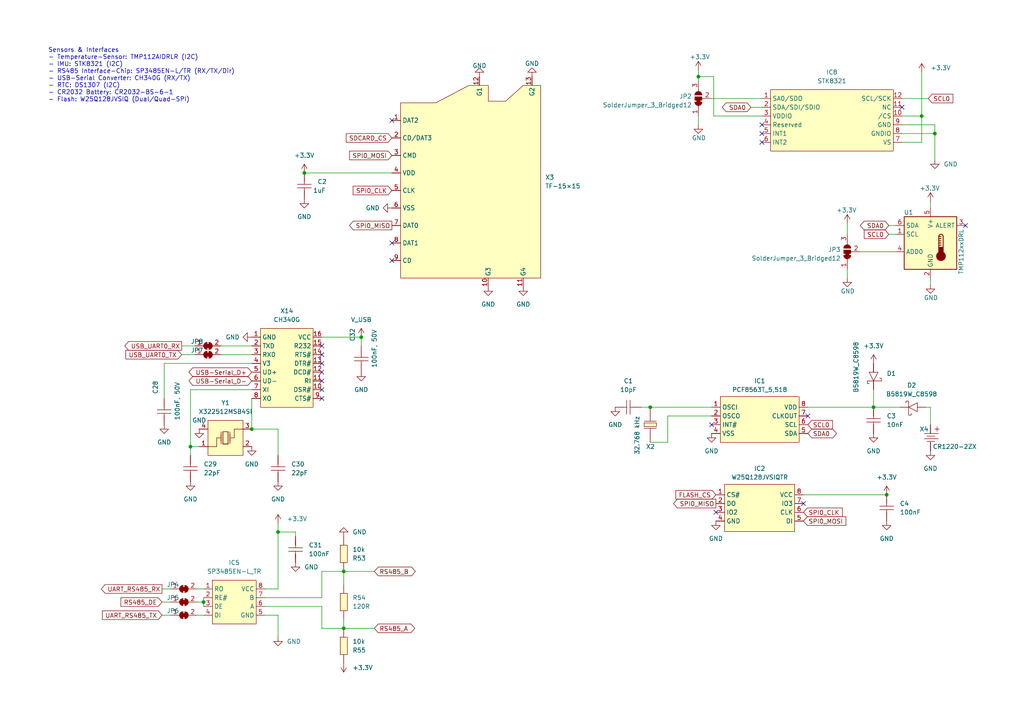
<source format=kicad_sch>
(kicad_sch (version 20230121) (generator eeschema)
  (paper "A4")
  (title_block (title "EduboardV2 Baseboard") (date "2022-06-05") (rev "1") (company "Juventus Technikerschule"))
  (lib_symbols
    (symbol "0402CG220J500NT_2" (pin_numbers hide) (pin_names hide)
      (property "Reference" "C?" (at 0 5.08 0))
      (property "Value" "0402CG220J500NT_2" (at 0 -5.08 0))
      (symbol "0402CG220J500NT_2_0_1"
        (polyline (pts (xy -1.27 0) (xy -0.508 0)))
        (polyline (pts (xy -0.508 2.032) (xy -0.508 -2.032)))
        (polyline (pts (xy 0.508 0) (xy 1.27 0)))
        (polyline (pts (xy 0.508 2.032) (xy 0.508 -2.032)))
        (pin passive line (at -3.81 0 0) (length 2.54) (name "1") (number "1"))
        (pin passive line (at 3.81 0 180) (length 2.54) (name "2") (number "2"))
      )
    )
    (symbol "0402WGF1002TCE_1" (pin_numbers hide) (pin_names hide)
      (property "Reference" "R?" (at 0 5.08 0))
      (property "Value" "0402WGF1002TCE_1" (at 0 -5.08 0))
      (symbol "0402WGF1002TCE_1_0_1"
        (rectangle (start -2.54 1.02) (end 2.54 -1.02) (fill (type background)))
        (pin passive line (at -5.08 0 0) (length 2.54) (name "1") (number "1"))
        (pin passive line (at 5.08 0 180) (length 2.54) (name "2") (number "2"))
      )
    )
    (symbol "0402WGF1002TCE_2" (pin_numbers hide) (pin_names hide)
      (property "Reference" "R?" (at 0 5.08 0))
      (property "Value" "0402WGF1002TCE_2" (at 0 -5.08 0))
      (symbol "0402WGF1002TCE_2_0_1"
        (rectangle (start -2.54 1.02) (end 2.54 -1.02) (fill (type background)))
        (pin passive line (at -5.08 0 0) (length 2.54) (name "1") (number "1"))
        (pin passive line (at 5.08 0 180) (length 2.54) (name "2") (number "2"))
      )
    )
    (symbol "B5819W_C8598_1" (pin_numbers hide) (pin_names hide)
      (property "Reference" "D?" (at 0 5.08 0))
      (property "Value" "B5819W_C8598_1" (at 0 -5.08 0))
      (symbol "B5819W_C8598_1_0_1"
        (polyline (pts (xy 1.27 1.27) (xy 1.27 -1.27)))
        (polyline (pts (xy 1.27 1.27) (xy -1.27 0) (xy 1.27 -1.27)))
        (polyline (pts (xy -0.508 -1.778) (xy -0.508 -2.286) (xy -1.27 -2.286) (xy -1.27 1.016) (xy -1.27 1.778) (xy -2.032 1.778) (xy -2.032 1.27)))
        (pin passive line (at -3.81 0 0) (length 2.54) (name "-") (number "1"))
        (pin passive line (at 3.81 0 180) (length 2.54) (name "+") (number "2"))
      )
    )
    (symbol "CL05B104KB54PNC_2" (pin_numbers hide) (pin_names hide)
      (property "Reference" "C?" (at 0 5.08 0))
      (property "Value" "CL05B104KB54PNC_2" (at 0 -5.08 0))
      (symbol "CL05B104KB54PNC_2_0_1"
        (polyline (pts (xy -0.508 0) (xy -2.54 0)))
        (polyline (pts (xy -0.508 2.032) (xy -0.508 -2.032)))
        (polyline (pts (xy 0.508 -2.032) (xy 0.508 2.032)))
        (polyline (pts (xy 2.54 0) (xy 0.508 0)))
        (pin passive line (at -3.81 0 0) (length 2.54) (name "1") (number "1"))
        (pin passive line (at 3.81 0 180) (length 2.54) (name "2") (number "2"))
      )
    )
    (symbol "CL05B104KB54PNC_4" (pin_numbers hide) (pin_names hide)
      (property "Reference" "C?" (at 0 5.08 0))
      (property "Value" "CL05B104KB54PNC_4" (at 0 -5.08 0))
      (symbol "CL05B104KB54PNC_4_0_1"
        (polyline (pts (xy -0.508 0) (xy -2.54 0)))
        (polyline (pts (xy -0.508 2.032) (xy -0.508 -2.032)))
        (polyline (pts (xy 0.508 -2.032) (xy 0.508 2.032)))
        (polyline (pts (xy 2.54 0) (xy 0.508 0)))
        (pin passive line (at -3.81 0 0) (length 2.54) (name "1") (number "1"))
        (pin passive line (at 3.81 0 180) (length 2.54) (name "2") (number "2"))
      )
    )
    (symbol "Jumper:SolderJumper_2_Bridged" (pin_names (offset 0) hide)
      (property "Reference" "JP" (at 0 2.032 0))
      (property "Value" "SolderJumper_2_Bridged" (at 0 -2.54 0))
      (symbol "SolderJumper_2_Bridged_0_1"
        (rectangle (start -0.508 0.508) (end 0.508 -0.508) (fill (type outline)))
        (arc (start -0.254 1.016) (mid -1.2656 0) (end -0.254 -1.016))
        (arc (start -0.254 1.016) (mid -1.2656 0) (end -0.254 -1.016) (fill (type outline)))
        (polyline (pts (xy -0.254 1.016) (xy -0.254 -1.016)))
        (polyline (pts (xy 0.254 1.016) (xy 0.254 -1.016)))
        (arc (start 0.254 -1.016) (mid 1.2656 0) (end 0.254 1.016))
        (arc (start 0.254 -1.016) (mid 1.2656 0) (end 0.254 1.016) (fill (type outline)))
      )
      (symbol "SolderJumper_2_Bridged_1_1"
        (pin passive line (at -3.81 0 0) (length 2.54) (name "A") (number "1"))
        (pin passive line (at 3.81 0 180) (length 2.54) (name "B") (number "2"))
      )
    )
    (symbol "Jumper:SolderJumper_3_Bridged12" (pin_names (offset 0) hide)
      (property "Reference" "JP" (at -2.54 -2.54 0))
      (property "Value" "SolderJumper_3_Bridged12" (at 0 2.794 0))
      (symbol "SolderJumper_3_Bridged12_0_1"
        (rectangle (start -1.016 0.508) (end -0.508 -0.508) (fill (type outline)))
        (arc (start -1.016 1.016) (mid -2.0276 0) (end -1.016 -1.016))
        (arc (start -1.016 1.016) (mid -2.0276 0) (end -1.016 -1.016) (fill (type outline)))
        (rectangle (start -0.508 1.016) (end 0.508 -1.016) (fill (type outline)))
        (polyline (pts (xy -2.54 0) (xy -2.032 0)))
        (polyline (pts (xy -1.016 1.016) (xy -1.016 -1.016)))
        (polyline (pts (xy 0 -1.27) (xy 0 -1.016)))
        (polyline (pts (xy 1.016 1.016) (xy 1.016 -1.016)))
        (polyline (pts (xy 2.54 0) (xy 2.032 0)))
        (arc (start 1.016 -1.016) (mid 2.0276 0) (end 1.016 1.016))
        (arc (start 1.016 -1.016) (mid 2.0276 0) (end 1.016 1.016) (fill (type outline)))
      )
      (symbol "SolderJumper_3_Bridged12_1_1"
        (pin passive line (at -5.08 0 0) (length 2.54) (name "A") (number "1"))
        (pin passive line (at 0 -3.81 90) (length 2.54) (name "C") (number "2"))
        (pin passive line (at 5.08 0 180) (length 2.54) (name "B") (number "3"))
      )
    )
    (symbol "Sensor_Temperature:TMP112xxDRL"
      (property "Reference" "U" (at -2.54 10.795 0))
      (property "Value" "TMP112xxDRL" (at -2.54 8.89 0))
      (symbol "TMP112xxDRL_0_1"
        (rectangle (start -7.62 7.62) (end 7.62 -7.62) (stroke (width 0.254)) (fill (type background)))
      )
      (symbol "TMP112xxDRL_1_1"
        (polyline (pts (xy 2.413 -0.635) (xy 3.048 -0.635)) (stroke (width 0.254)))
        (polyline (pts (xy 2.413 0) (xy 3.048 0)) (stroke (width 0.254)))
        (polyline (pts (xy 2.413 0.635) (xy 3.048 0.635)) (stroke (width 0.254)))
        (polyline (pts (xy 2.413 1.27) (xy 3.048 1.27)) (stroke (width 0.254)))
        (polyline (pts (xy 2.413 1.905) (xy 2.413 -1.27)) (stroke (width 0.254)))
        (polyline (pts (xy 2.413 1.905) (xy 3.048 1.905)) (stroke (width 0.254)))
        (polyline (pts (xy 3.683 1.905) (xy 3.683 -1.27)) (stroke (width 0.254)))
        (circle (center 3.048 -3.81) (radius 1.27) (stroke (width 0.254)) (fill (type outline)))
        (rectangle (start 3.683 -3.175) (end 2.413 -1.27) (stroke (width 0.254)) (fill (type outline)))
        (arc (start 3.683 1.905) (mid 3.048 2.5373) (end 2.413 1.905) (stroke (width 0.254)))
        (pin input line (at -10.16 2.54 0) (length 2.54) (name "SCL") (number "1"))
        (pin power_in line (at 0 -10.16 90) (length 2.54) (name "GND") (number "2"))
        (pin open_collector line (at 10.16 5.08 180) (length 2.54) (name "ALERT") (number "3"))
        (pin input line (at -10.16 -2.54 0) (length 2.54) (name "ADD0") (number "4"))
        (pin power_in line (at 0 10.16 270) (length 2.54) (name "V+") (number "5"))
        (pin bidirectional line (at -10.16 5.08 0) (length 2.54) (name "SDA") (number "6"))
      )
    )
    (symbol "eduboardv2:+3.3V" (power) (pin_names (offset 0))
      (property "Value" "+3.3V" (at 0 5.08 0))
      (symbol "+3.3V_0_1"
        (polyline (pts (xy -0.762 1.27) (xy 0 2.54)))
        (polyline (pts (xy 0 0) (xy 0 2.54)))
        (polyline (pts (xy 0 2.54) (xy 0.762 1.27)))
      )
      (symbol "+3.3V_1_1"
        (pin power_in line (at 0 0 90) (length 0) hide (name "+3.3V") (number "1"))
      )
    )
    (symbol "eduboardv2:0402CG220J500NT" (pin_numbers hide) (pin_names hide)
      (property "Reference" "C?" (at 0 5.08 0))
      (property "Value" "0402CG220J500NT" (at 0 -5.08 0))
      (symbol "0402CG220J500NT_0_1"
        (polyline (pts (xy -1.27 0) (xy -0.508 0)))
        (polyline (pts (xy -0.508 2.032) (xy -0.508 -2.032)))
        (polyline (pts (xy 0.508 0) (xy 1.27 0)))
        (polyline (pts (xy 0.508 2.032) (xy 0.508 -2.032)))
        (pin passive line (at -3.81 0 0) (length 2.54) (name "1") (number "1"))
        (pin passive line (at 3.81 0 180) (length 2.54) (name "2") (number "2"))
      )
    )
    (symbol "eduboardv2:0402WGF1200TCE" (pin_numbers hide) (pin_names hide)
      (property "Reference" "R?" (at 0 5.08 0))
      (property "Value" "0402WGF1200TCE" (at 0 -5.08 0))
      (symbol "0402WGF1200TCE_0_1"
        (rectangle (start -2.54 1.02) (end 2.54 -1.02) (fill (type background)))
        (pin passive line (at -5.08 0 0) (length 2.54) (name "1") (number "1"))
        (pin passive line (at 5.08 0 180) (length 2.54) (name "2") (number "2"))
      )
    )
    (symbol "eduboardv2:B5819W_C8598" (pin_numbers hide) (pin_names hide)
      (property "Reference" "D?" (at 0 5.08 0))
      (property "Value" "B5819W_C8598" (at 0 -5.08 0))
      (symbol "B5819W_C8598_0_1"
        (polyline (pts (xy 1.27 1.27) (xy 1.27 -1.27)))
        (polyline (pts (xy 1.27 1.27) (xy -1.27 0) (xy 1.27 -1.27)))
        (polyline (pts (xy -0.508 -1.778) (xy -0.508 -2.286) (xy -1.27 -2.286) (xy -1.27 1.016) (xy -1.27 1.778) (xy -2.032 1.778) (xy -2.032 1.27)))
        (pin passive line (at -3.81 0 0) (length 2.54) (name "-") (number "1"))
        (pin passive line (at 3.81 0 180) (length 2.54) (name "+") (number "2"))
      )
    )
    (symbol "eduboardv2:CH340G"
      (property "Reference" "U?" (at 0 13.97 0))
      (property "Value" "CH340G" (at 0 -13.97 0))
      (symbol "CH340G_0_1"
        (rectangle (start -7.62 11.43) (end 7.62 -11.43) (fill (type background)))
        (pin passive line (at -10.16 8.89 0) (length 2.54) (name "GND") (number "1"))
        (pin passive line (at 10.16 -6.35 180) (length 2.54) (name "DSR#") (number "10"))
        (pin passive line (at 10.16 -3.81 180) (length 2.54) (name "RI") (number "11"))
        (pin passive line (at 10.16 -1.27 180) (length 2.54) (name "DCD#") (number "12"))
        (pin passive line (at 10.16 1.27 180) (length 2.54) (name "DTR#") (number "13"))
        (pin passive line (at 10.16 3.81 180) (length 2.54) (name "RTS#") (number "14"))
        (pin passive line (at 10.16 6.35 180) (length 2.54) (name "R232") (number "15"))
        (pin passive line (at 10.16 8.89 180) (length 2.54) (name "VCC") (number "16"))
        (pin passive line (at -10.16 6.35 0) (length 2.54) (name "TXD") (number "2"))
        (pin passive line (at -10.16 3.81 0) (length 2.54) (name "RXD") (number "3"))
        (pin passive line (at -10.16 1.27 0) (length 2.54) (name "V3") (number "4"))
        (pin passive line (at -10.16 -1.27 0) (length 2.54) (name "UD+") (number "5"))
        (pin passive line (at -10.16 -3.81 0) (length 2.54) (name "UD-") (number "6"))
        (pin passive line (at -10.16 -6.35 0) (length 2.54) (name "XI") (number "7"))
        (pin passive line (at -10.16 -8.89 0) (length 2.54) (name "XO") (number "8"))
        (pin passive line (at 10.16 -8.89 180) (length 2.54) (name "CTS#") (number "9"))
      )
    )
    (symbol "eduboardv2:CL05A105KA5NQNC" (pin_numbers hide) (pin_names hide)
      (property "Reference" "C?" (at 0 5.08 0))
      (property "Value" "CL05A105KA5NQNC" (at 0 -5.08 0))
      (symbol "CL05A105KA5NQNC_0_1"
        (polyline (pts (xy -0.508 -2.032) (xy -0.508 2.032)))
        (polyline (pts (xy -0.508 0) (xy -2.54 0)))
        (polyline (pts (xy 0.508 2.032) (xy 0.508 -2.032)))
        (polyline (pts (xy 2.54 0) (xy 0.508 0)))
        (pin passive line (at -3.81 0 0) (length 2.54) (name "1") (number "1"))
        (pin passive line (at 3.81 0 180) (length 2.54) (name "2") (number "2"))
      )
    )
    (symbol "eduboardv2:CL05B103KB5NNNC" (pin_numbers hide) (pin_names hide)
      (property "Reference" "C?" (at 0 5.08 0))
      (property "Value" "CL05B103KB5NNNC" (at 0 -5.08 0))
      (symbol "CL05B103KB5NNNC_0_1"
        (polyline (pts (xy -1.27 0) (xy -0.508 0)))
        (polyline (pts (xy -0.508 2.032) (xy -0.508 -2.032)))
        (polyline (pts (xy 0.508 0) (xy 1.27 0)))
        (polyline (pts (xy 0.508 2.032) (xy 0.508 -2.032)))
        (pin passive line (at -3.81 0 0) (length 2.54) (name "1") (number "1"))
        (pin passive line (at 3.81 0 180) (length 2.54) (name "2") (number "2"))
      )
    )
    (symbol "eduboardv2:CL05B104KB54PNC" (pin_numbers hide) (pin_names hide)
      (property "Reference" "C?" (at 0 5.08 0))
      (property "Value" "CL05B104KB54PNC" (at 0 -5.08 0))
      (symbol "CL05B104KB54PNC_0_1"
        (polyline (pts (xy -0.508 0) (xy -2.54 0)))
        (polyline (pts (xy -0.508 2.032) (xy -0.508 -2.032)))
        (polyline (pts (xy 0.508 -2.032) (xy 0.508 2.032)))
        (polyline (pts (xy 2.54 0) (xy 0.508 0)))
        (pin passive line (at -3.81 0 0) (length 2.54) (name "1") (number "1"))
        (pin passive line (at 3.81 0 180) (length 2.54) (name "2") (number "2"))
      )
    )
    (symbol "eduboardv2:CL05C100JB5NNNC" (pin_numbers hide) (pin_names hide)
      (property "Reference" "C?" (at 0 5.08 0))
      (property "Value" "CL05C100JB5NNNC" (at 0 -5.08 0))
      (symbol "CL05C100JB5NNNC_0_1"
        (polyline (pts (xy -0.508 -2.032) (xy -0.508 2.032)))
        (polyline (pts (xy -0.508 0) (xy -2.54 0)))
        (polyline (pts (xy 0.508 2.032) (xy 0.508 -2.032)))
        (polyline (pts (xy 2.54 0) (xy 0.508 0)))
        (pin passive line (at -3.81 0 0) (length 2.54) (name "1") (number "1"))
        (pin passive line (at 3.81 0 180) (length 2.54) (name "2") (number "2"))
      )
    )
    (symbol "eduboardv2:CR1220-2ZX" (pin_numbers hide) (pin_names hide)
      (property "Reference" "X?" (at 0 5.08 0))
      (property "Value" "CR1220-2ZX" (at 0 -5.08 0))
      (symbol "CR1220-2ZX_0_1"
        (polyline (pts (xy -3.1687 1.9135) (xy -1.8987 1.9135)))
        (polyline (pts (xy -2.54 1.27) (xy -2.54 2.54)))
        (polyline (pts (xy -1.27 2.286) (xy -1.27 -1.778)))
        (polyline (pts (xy -0.508 1.27) (xy -0.508 -1.016)))
        (polyline (pts (xy 0.254 2.286) (xy 0.254 -1.778)))
        (polyline (pts (xy 1.016 1.27) (xy 1.016 -1.016)))
        (pin power_in line (at -3.81 0 0) (length 2.54) (name "1") (number "1"))
        (pin power_in line (at 3.81 0 180) (length 2.54) (name "2") (number "2"))
      )
    )
    (symbol "eduboardv2:GND" (power) (pin_names (offset 0))
      (property "Value" "GND" (at 0 -5.08 0))
      (symbol "GND_0_1"
        (polyline (pts (xy 0 0) (xy 0 -1.27) (xy 1.27 -1.27) (xy 0 -2.54) (xy -1.27 -1.27) (xy 0 -1.27)))
      )
      (symbol "GND_1_1"
        (pin power_in line (at 0 0 270) (length 0) hide (name "GND") (number "1"))
      )
    )
    (symbol "eduboardv2:PCF8563T_5,518"
      (property "Reference" "U?" (at 0 8.89 0))
      (property "Value" "PCF8563T/5,518" (at 0 -8.89 0))
      (symbol "PCF8563T_5,518_0_1"
        (rectangle (start -11.43 6.86) (end 11.43 -6.35) (fill (type background)))
        (pin passive line (at -13.97 3.81 0) (length 2.54) (name "OSCI") (number "1"))
        (pin passive line (at -13.97 1.27 0) (length 2.54) (name "OSCO") (number "2"))
        (pin passive line (at -13.97 -1.27 0) (length 2.54) (name "INT#") (number "3"))
        (pin passive line (at -13.97 -3.81 0) (length 2.54) (name "VSS") (number "4"))
        (pin passive line (at 13.97 -3.81 180) (length 2.54) (name "SDA") (number "5"))
        (pin passive line (at 13.97 -1.27 180) (length 2.54) (name "SCL") (number "6"))
        (pin passive line (at 13.97 1.27 180) (length 2.54) (name "CLKOUT") (number "7"))
        (pin passive line (at 13.97 3.81 180) (length 2.54) (name "VDD") (number "8"))
      )
    )
    (symbol "eduboardv2:Q13FC1350000400" (pin_numbers hide) (pin_names hide)
      (property "Reference" "X?" (at 0 5.08 0))
      (property "Value" "Q13FC1350000400" (at 0 -5.08 0))
      (symbol "Q13FC1350000400_0_1"
        (rectangle (start -0.51 1.78) (end 0.51 -1.78) (fill (type background)))
        (polyline (pts (xy -2.54 0) (xy -1.016 0)))
        (polyline (pts (xy -1.016 1.778) (xy -1.016 -1.778)))
        (polyline (pts (xy 1.016 0) (xy 2.54 0)))
        (polyline (pts (xy 1.016 1.778) (xy 1.016 -1.778)))
        (pin passive line (at -5.08 0 0) (length 2.54) (name "1") (number "1"))
        (pin passive line (at 5.08 0 180) (length 2.54) (name "2") (number "2"))
      )
    )
    (symbol "eduboardv2:SP3485EN-L_TR"
      (property "Reference" "U?" (at 0 8.89 0))
      (property "Value" "SP3485EN-L/TR" (at 0 -8.89 0))
      (symbol "SP3485EN-L_TR_0_1"
        (rectangle (start -6.35 6.35) (end 6.35 -6.35) (fill (type background)))
        (pin passive line (at -8.89 3.81 0) (length 2.54) (name "RO") (number "1"))
        (pin passive line (at -8.89 1.27 0) (length 2.54) (name "RE#") (number "2"))
        (pin passive line (at -8.89 -1.27 0) (length 2.54) (name "DE") (number "3"))
        (pin passive line (at -8.89 -3.81 0) (length 2.54) (name "DI") (number "4"))
        (pin passive line (at 8.89 -3.81 180) (length 2.54) (name "GND") (number "5"))
        (pin passive line (at 8.89 -1.27 180) (length 2.54) (name "A") (number "6"))
        (pin passive line (at 8.89 1.27 180) (length 2.54) (name "B") (number "7"))
        (pin passive line (at 8.89 3.81 180) (length 2.54) (name "VCC") (number "8"))
      )
    )
    (symbol "eduboardv2:STK8321"
      (property "Reference" "U?" (at 0 11.43 0))
      (property "Value" "STK8321" (at 0 -11.43 0))
      (symbol "STK8321_0_1"
        (rectangle (start -17.78 8.89) (end 17.78 -8.89) (fill (type background)))
        (pin passive line (at -20.32 6.35 0) (length 2.54) (name "SA0/SDO") (number "1"))
        (pin passive line (at 20.32 1.27 180) (length 2.54) (name "/CS") (number "10"))
        (pin passive line (at 20.32 3.81 180) (length 2.54) (name "NC") (number "11"))
        (pin passive line (at 20.32 6.35 180) (length 2.54) (name "SCL/SCK") (number "12"))
        (pin passive line (at -20.32 3.81 0) (length 2.54) (name "SDA/SDI/SDIO") (number "2"))
        (pin passive line (at -20.32 1.27 0) (length 2.54) (name "VDDIO") (number "3"))
        (pin passive line (at -20.32 -1.27 0) (length 2.54) (name "Reserved") (number "4"))
        (pin passive line (at -20.32 -3.81 0) (length 2.54) (name "INT1") (number "5"))
        (pin passive line (at -20.32 -6.35 0) (length 2.54) (name "INT2") (number "6"))
        (pin passive line (at 20.32 -6.35 180) (length 2.54) (name "VS") (number "7"))
        (pin passive line (at 20.32 -3.81 180) (length 2.54) (name "GNDIO") (number "8"))
        (pin passive line (at 20.32 -1.27 180) (length 2.54) (name "GND") (number "9"))
      )
    )
    (symbol "eduboardv2:TF-15×15"
      (property "Reference" "Card?" (at 0 35.56 0))
      (property "Value" "TF-15×15" (at 0 -35.56 0))
      (symbol "TF-15×15_0_1"
        (polyline (pts (xy -16.51 22.86) (xy -6.35 22.86) (xy 3.302 27.94) (xy 8.89 27.94) (xy 8.89 23.368) (xy 13.97 23.368) (xy 19.05 27.94) (xy 24.13 27.94) (xy 24.13 -27.94) (xy -16.51 -27.94) (xy -16.51 22.86)) (fill (type background)))
        (pin passive line (at -19.05 17.78 0) (length 2.54) (name "DAT2") (number "1"))
        (pin passive line (at 8.89 -30.48 90) (length 2.54) (name "G3") (number "10"))
        (pin passive line (at 19.05 -30.48 90) (length 2.54) (name "G4") (number "11"))
        (pin passive line (at 6.35 30.48 270) (length 2.54) (name "G1") (number "12"))
        (pin passive line (at 21.59 30.48 270) (length 2.54) (name "G2") (number "13"))
        (pin passive line (at -19.05 12.7 0) (length 2.54) (name "CD/DAT3") (number "2"))
        (pin passive line (at -19.05 7.62 0) (length 2.54) (name "CMD") (number "3"))
        (pin passive line (at -19.05 2.54 0) (length 2.54) (name "VDD") (number "4"))
        (pin passive line (at -19.05 -2.54 0) (length 2.54) (name "CLK") (number "5"))
        (pin passive line (at -19.05 -7.62 0) (length 2.54) (name "VSS") (number "6"))
        (pin passive line (at -19.05 -12.7 0) (length 2.54) (name "DAT0") (number "7"))
        (pin passive line (at -19.05 -17.78 0) (length 2.54) (name "DAT1") (number "8"))
        (pin passive line (at -19.05 -22.86 0) (length 2.54) (name "CD") (number "9"))
      )
    )
    (symbol "eduboardv2:V_USB" (power) (pin_names (offset 0))
      (property "Value" "V_USB" (at 0 5.08 0))
      (symbol "V_USB_0_1"
        (polyline (pts (xy -0.762 1.27) (xy 0 2.54)))
        (polyline (pts (xy 0 0) (xy 0 2.54)))
        (polyline (pts (xy 0 2.54) (xy 0.762 1.27)))
      )
      (symbol "V_USB_1_1"
        (pin power_in line (at 0 0 90) (length 0) hide (name "V_USB") (number "1"))
      )
    )
    (symbol "eduboardv2:W25Q128JVSIQTR"
      (property "Reference" "U?" (at 0 8.89 0))
      (property "Value" "W25Q128JVSIQTR" (at 0 -8.89 0))
      (symbol "W25Q128JVSIQTR_0_1"
        (rectangle (start -10.16 6.86) (end 10.16 -6.86) (fill (type background)))
        (pin passive line (at -12.7 3.81 0) (length 2.54) (name "CS#") (number "1"))
        (pin passive line (at -12.7 1.27 0) (length 2.54) (name "DO") (number "2"))
        (pin passive line (at -12.7 -1.27 0) (length 2.54) (name "IO2") (number "3"))
        (pin passive line (at -12.7 -3.81 0) (length 2.54) (name "GND") (number "4"))
        (pin passive line (at 12.7 -3.81 180) (length 2.54) (name "DI") (number "5"))
        (pin passive line (at 12.7 -1.27 180) (length 2.54) (name "CLK") (number "6"))
        (pin passive line (at 12.7 1.27 180) (length 2.54) (name "IO3") (number "7"))
        (pin passive line (at 12.7 3.81 180) (length 2.54) (name "VCC") (number "8"))
      )
    )
    (symbol "eduboardv2:X322512MSB4SI" (pin_names hide)
      (property "Reference" "X?" (at 0 7.62 0))
      (property "Value" "X322512MSB4SI" (at 0 -7.62 0))
      (symbol "X322512MSB4SI_0_1"
        (rectangle (start -5.08 5.08) (end 5.08 -5.08) (fill (type background)))
        (polyline (pts (xy -1.27 -1.778) (xy -1.27 1.778)))
        (polyline (pts (xy -1.27 -1.016) (xy -1.27 1.016)))
        (polyline (pts (xy 0.762 -1.778) (xy -0.762 -1.778)))
        (polyline (pts (xy 1.27 -1.778) (xy 1.27 1.778)))
        (polyline (pts (xy 1.27 -1.016) (xy 1.27 1.016)))
        (polyline (pts (xy -5.08 -2.54) (xy -2.54 -2.54) (xy -2.54 0) (xy -1.524 0)))
        (polyline (pts (xy -0.762 -1.778) (xy -0.762 1.778) (xy 0.762 1.778) (xy 0.762 -1.778)))
        (polyline (pts (xy 5.08 2.54) (xy 2.54 2.54) (xy 2.54 0) (xy 1.524 0)))
        (polyline (pts (xy 0.762 1.778) (xy 0.762 -1.778) (xy -0.762 -1.778) (xy -0.762 1.778) (xy 0.762 1.778)) (fill (type background)))
        (pin passive line (at -7.62 -2.54 0) (length 2.54) (name "OSC1") (number "1"))
        (pin passive line (at 7.62 -2.54 180) (length 2.54) (name "GND") (number "2"))
        (pin passive line (at 7.62 2.54 180) (length 2.54) (name "OSC2") (number "3"))
        (pin passive line (at -7.62 2.54 0) (length 2.54) (name "GND") (number "4"))
      )
    )
  )
  (junction (at 80.645 154.305))
  (junction (at 73.025 124.46))
  (junction (at 267.335 33.655))
  (junction (at 253.365 118.11))
  (junction (at 99.695 165.735))
  (junction (at 188.595 118.11))
  (junction (at 271.145 38.735))
  (junction (at 88.265 50.165))
  (junction (at 104.775 97.79))
  (junction (at 59.055 174.625))
  (junction (at 55.245 129.54))
  (junction (at 202.565 22.225))
  (junction (at 99.695 182.245))
  (junction (at 257.175 143.51))
  (no_connect (at 93.345 107.95))
  (no_connect (at 280.035 65.405))
  (no_connect (at 93.345 115.57))
  (no_connect (at 93.345 102.87))
  (no_connect (at 113.665 75.565))
  (no_connect (at 233.045 146.05))
  (no_connect (at 113.665 34.925))
  (no_connect (at 93.345 113.03))
  (no_connect (at 93.345 100.33))
  (no_connect (at 93.345 105.41))
  (no_connect (at 113.665 70.485))
  (no_connect (at 261.62 31.115))
  (no_connect (at 220.98 36.195))
  (no_connect (at 207.645 148.59))
  (no_connect (at 234.315 120.65))
  (no_connect (at 220.98 38.735))
  (no_connect (at 93.345 110.49))
  (no_connect (at 220.98 41.275))
  (no_connect (at 206.375 123.19))
  (wire (pts (xy 76.835 170.815) (xy 80.645 170.815)))
  (wire (pts (xy 261.62 38.735) (xy 271.145 38.735)))
  (wire (pts (xy 64.135 100.33) (xy 73.025 100.33)))
  (wire (pts (xy 47.625 105.41) (xy 47.625 115.57)))
  (wire (pts (xy 207.01 33.655) (xy 220.98 33.655)))
  (wire (pts (xy 261.62 41.275) (xy 267.335 41.275)))
  (wire (pts (xy 202.565 33.655) (xy 202.565 36.195)))
  (wire (pts (xy 88.265 50.165) (xy 113.665 50.165)))
  (wire (pts (xy 207.01 22.225) (xy 207.01 33.655)))
  (wire (pts (xy 261.62 28.575) (xy 269.24 28.575)))
  (wire (pts (xy 245.745 78.105) (xy 245.745 80.645)))
  (wire (pts (xy 76.835 178.435) (xy 80.645 178.435)))
  (wire (pts (xy 217.805 31.115) (xy 220.98 31.115)))
  (wire (pts (xy 271.145 46.355) (xy 271.145 38.735)))
  (wire (pts (xy 267.335 33.655) (xy 267.335 20.955)))
  (wire (pts (xy 104.775 100.33) (xy 104.775 97.79)))
  (wire (pts (xy 59.055 174.625) (xy 59.055 175.895)))
  (wire (pts (xy 52.705 100.33) (xy 56.515 100.33)))
  (wire (pts (xy 267.335 41.275) (xy 267.335 33.655)))
  (wire (pts (xy 57.15 170.815) (xy 59.055 170.815)))
  (wire (pts (xy 80.645 178.435) (xy 80.645 184.785)))
  (wire (pts (xy 46.99 178.435) (xy 49.53 178.435)))
  (wire (pts (xy 253.365 118.11) (xy 260.985 118.11)))
  (wire (pts (xy 93.345 182.245) (xy 99.695 182.245)))
  (wire (pts (xy 202.565 22.225) (xy 202.565 23.495)))
  (wire (pts (xy 73.025 115.57) (xy 73.025 124.46)))
  (wire (pts (xy 234.315 118.11) (xy 253.365 118.11)))
  (wire (pts (xy 59.055 173.355) (xy 59.055 174.625)))
  (wire (pts (xy 93.345 173.355) (xy 93.345 165.735)))
  (wire (pts (xy 271.145 38.735) (xy 271.145 36.195)))
  (wire (pts (xy 55.245 129.54) (xy 55.245 132.08)))
  (wire (pts (xy 99.695 179.705) (xy 99.695 182.245)))
  (wire (pts (xy 253.365 113.03) (xy 253.365 118.11)))
  (wire (pts (xy 80.645 154.305) (xy 85.725 154.305)))
  (wire (pts (xy 93.345 165.735) (xy 99.695 165.735)))
  (wire (pts (xy 80.645 170.815) (xy 80.645 154.305)))
  (wire (pts (xy 52.705 102.87) (xy 56.515 102.87)))
  (wire (pts (xy 57.15 178.435) (xy 59.055 178.435)))
  (wire (pts (xy 186.055 118.11) (xy 188.595 118.11)))
  (wire (pts (xy 206.375 28.575) (xy 220.98 28.575)))
  (wire (pts (xy 80.645 154.305) (xy 80.645 151.765)))
  (wire (pts (xy 271.145 36.195) (xy 261.62 36.195)))
  (wire (pts (xy 46.99 174.625) (xy 49.53 174.625)))
  (wire (pts (xy 55.245 113.03) (xy 73.025 113.03)))
  (wire (pts (xy 269.875 80.645) (xy 269.875 82.55)))
  (wire (pts (xy 76.835 173.355) (xy 93.345 173.355)))
  (wire (pts (xy 57.15 174.625) (xy 59.055 174.625)))
  (wire (pts (xy 99.695 165.735) (xy 99.695 169.545)))
  (wire (pts (xy 64.135 102.87) (xy 73.025 102.87)))
  (wire (pts (xy 46.99 170.815) (xy 49.53 170.815)))
  (wire (pts (xy 80.645 124.46) (xy 73.025 124.46)))
  (wire (pts (xy 269.875 58.42) (xy 269.875 60.325)))
  (wire (pts (xy 80.645 132.08) (xy 80.645 124.46)))
  (wire (pts (xy 233.045 143.51) (xy 257.175 143.51)))
  (wire (pts (xy 104.775 97.79) (xy 93.345 97.79)))
  (wire (pts (xy 202.565 22.225) (xy 207.01 22.225)))
  (wire (pts (xy 57.785 129.54) (xy 55.245 129.54)))
  (wire (pts (xy 99.695 165.735) (xy 108.585 165.735)))
  (wire (pts (xy 202.565 20.32) (xy 202.565 22.225)))
  (wire (pts (xy 269.875 118.11) (xy 268.605 118.11)))
  (wire (pts (xy 257.81 65.405) (xy 259.715 65.405)))
  (wire (pts (xy 73.025 105.41) (xy 47.625 105.41)))
  (wire (pts (xy 76.835 175.895) (xy 93.345 175.895)))
  (wire (pts (xy 257.81 67.945) (xy 259.715 67.945)))
  (wire (pts (xy 206.375 120.65) (xy 193.675 120.65)))
  (wire (pts (xy 55.245 129.54) (xy 55.245 113.03)))
  (wire (pts (xy 188.595 128.27) (xy 193.675 128.27)))
  (wire (pts (xy 99.695 182.245) (xy 108.585 182.245)))
  (wire (pts (xy 245.745 64.77) (xy 245.745 67.945)))
  (wire (pts (xy 85.725 155.575) (xy 85.725 154.305)))
  (wire (pts (xy 261.62 33.655) (xy 267.335 33.655)))
  (wire (pts (xy 193.675 120.65) (xy 193.675 128.27)))
  (wire (pts (xy 188.595 118.11) (xy 206.375 118.11)))
  (wire (pts (xy 249.555 73.025) (xy 259.715 73.025)))
  (wire (pts (xy 93.345 175.895) (xy 93.345 182.245)))
  (wire (pts (xy 269.875 123.19) (xy 269.875 118.11)))
  (text "Sensors & Interfaces\n- Temperature-Sensor: TMP112AIDRLR (I2C)\n- IMU: STK8321 (I2C)\n- RS485 Interface-Chip: SP3485EN-L/TR (RX/TX/Dir)\n- USB-Serial Converter: CH340G (RX/TX)\n- RTC: DS1307 (I2C)\n- CR2032 Battery: CR2032-BS-6-1\n- Flash: W25Q128JVSIQ (Dual/Quad-SPI)\n\n" (at 13.97 31.75 0) (effects (font (size 1.27 1.27)) (justify left bottom)))
  (global_label "SPI0_MISO" (shape output) (at 113.665 65.405 180) (property "Intersheetrefs" "${INTERSHEET_REFS}" (effects hide)))
  (global_label "SDCARD_CS" (shape input) (at 113.665 40.005 180) (property "Intersheetrefs" "${INTERSHEET_REFS}" (effects hide)))
  (global_label "USB-Serial_D-" (shape bidirectional) (at 73.025 110.49 180) (property "Intersheetrefs" "${INTERSHEET_REFS}" (effects hide)))
  (global_label "SPI0_MISO" (shape output) (at 207.645 146.05 180) (property "Intersheetrefs" "${INTERSHEET_REFS}" (effects hide)))
  (global_label "RS485_DE" (shape input) (at 46.99 174.625 180) (property "Intersheetrefs" "${INTERSHEET_REFS}" (effects hide)))
  (global_label "SPI0_CLK" (shape input) (at 233.045 148.59 0) (property "Intersheetrefs" "${INTERSHEET_REFS}" (effects hide)))
  (global_label "USB-Serial_D+" (shape bidirectional) (at 73.025 107.95 180) (property "Intersheetrefs" "${INTERSHEET_REFS}" (effects hide)))
  (global_label "SPI0_CLK" (shape input) (at 113.665 55.245 180) (property "Intersheetrefs" "${INTERSHEET_REFS}" (effects hide)))
  (global_label "SDA0" (shape bidirectional) (at 217.805 31.115 180) (property "Intersheetrefs" "${INTERSHEET_REFS}" (effects hide)))
  (global_label "UART_RS485_TX" (shape input) (at 46.99 178.435 180) (property "Intersheetrefs" "${INTERSHEET_REFS}" (effects hide)))
  (global_label "USB_UART0_RX" (shape output) (at 52.705 100.33 180) (property "Intersheetrefs" "${INTERSHEET_REFS}" (effects hide)))
  (global_label "SCL0" (shape input) (at 234.315 123.19 0) (property "Intersheetrefs" "${INTERSHEET_REFS}" (effects hide)))
  (global_label "FLASH_CS" (shape input) (at 207.645 143.51 180) (property "Intersheetrefs" "${INTERSHEET_REFS}" (effects hide)))
  (global_label "SDA0" (shape bidirectional) (at 257.81 65.405 180) (property "Intersheetrefs" "${INTERSHEET_REFS}" (effects hide)))
  (global_label "SCL0" (shape input) (at 257.81 67.945 180) (property "Intersheetrefs" "${INTERSHEET_REFS}" (effects hide)))
  (global_label "UART_RS485_RX" (shape output) (at 46.99 170.815 180) (property "Intersheetrefs" "${INTERSHEET_REFS}" (effects hide)))
  (global_label "SDA0" (shape bidirectional) (at 234.315 125.73 0) (property "Intersheetrefs" "${INTERSHEET_REFS}" (effects hide)))
  (global_label "USB_UART0_TX" (shape input) (at 52.705 102.87 180) (property "Intersheetrefs" "${INTERSHEET_REFS}" (effects hide)))
  (global_label "RS485_B" (shape bidirectional) (at 108.585 165.735 0) (property "Intersheetrefs" "${INTERSHEET_REFS}" (effects hide)))
  (global_label "SPI0_MOSI" (shape input) (at 233.045 151.13 0) (property "Intersheetrefs" "${INTERSHEET_REFS}" (effects hide)))
  (global_label "SCL0" (shape input) (at 269.24 28.575 0) (property "Intersheetrefs" "${INTERSHEET_REFS}" (effects hide)))
  (global_label "SPI0_MOSI" (shape input) (at 113.665 45.085 180) (property "Intersheetrefs" "${INTERSHEET_REFS}" (effects hide)))
  (global_label "RS485_A" (shape bidirectional) (at 108.585 182.245 0) (property "Intersheetrefs" "${INTERSHEET_REFS}" (effects hide)))
  (symbol (lib_id "eduboardv2:+3.3V") (at 245.745 64.77 0) (unit 1)
    (property "Reference" "#PWR0149" (effects hide))
    (property "Value" "+3.3V" (at 242.57 60.96 0) (effects (justify left)))
  )
  (symbol (lib_id "eduboardv2:TF-15×15") (at 132.715 52.705 0) (unit 1)
    (property "Reference" "X3" (at 158.115 51.4349 0) (effects (justify left)))
    (property "Value" "TF-15×15" (at 158.115 53.9749 0) (effects (justify left)))
    (property "Footprint" "eduboardv2:TF-SMD_TF-15-15" (effects hide))
    (property "Datasheet" "https://lcsc.com/product-detail/Card-Sockets_TF-15-15_C111196.html" (effects hide))
    (property "Manufacturer" "SOFNG" (effects hide))
    (property "LCSC Part" "C111196" (effects hide))
    (property "JLC Part" "Extended Part" (effects hide))
    (property "MPN" "TF-15×15" (effects hide))
  )
  (symbol (lib_id "eduboardv2:GND") (at 99.695 155.575 180) (unit 1)
    (property "Reference" "#PWR0145" (effects hide))
    (property "Value" "GND" (at 102.235 154.3049 0) (effects (justify right)))
  )
  (symbol (lib_name "CL05B104KB54PNC_4") (lib_id "eduboardv2:CL05B104KB54PNC") (at 47.625 119.38 90) (unit 1)
    (property "Reference" "C28" (at 45.085 114.3 0) (effects (justify left)))
    (property "Value" "100nF, 50V" (at 51.435 121.92 0) (effects (justify left)))
    (property "Footprint" "eduboardv2:C0402" (effects hide))
    (property "Datasheet" "https://lcsc.com/product-detail/Others_Samsung-Electro-Mechanics_CL05B104KB54PNC_Samsung-Electro-Mechanics-CL05B104KB54PNC_C307331.html" (effects hide))
    (property "Manufacturer" "Samsung Electro-Mechanics" (effects hide))
    (property "LCSC Part" "C307331" (effects hide))
    (property "JLC Part" "Basic Part" (effects hide))
    (property "MPN" "CL05B104KB54PNC" (effects hide))
  )
  (symbol (lib_id "eduboardv2:GND") (at 113.665 60.325 270) (unit 1)
    (property "Reference" "#PWR08" (effects hide))
    (property "Value" "GND" (at 106.045 60.325 90) (effects (justify left)))
  )
  (symbol (lib_id "eduboardv2:SP3485EN-L_TR") (at 67.945 174.625 0) (unit 1)
    (property "Reference" "IC5" (at 67.945 163.195 0))
    (property "Value" "SP3485EN-L_TR" (at 67.945 165.735 0))
    (property "Footprint" "eduboardv2:SOIC-8_L5.0-W4.0-P1.27-LS6.0-BL" (effects hide))
    (property "Datasheet" "https://lcsc.com/product-detail/RS-485-RS-422_SIPEX_SP3485EN-L-TR_SP3485EN-L-TR_C8963.html" (effects hide))
    (property "Manufacturer" "EXAR" (effects hide))
    (property "LCSC Part" "C8963" (effects hide))
    (property "JLC Part" "Basic Part" (effects hide))
    (property "MPN" "SP3485EN-L/TR" (effects hide))
  )
  (symbol (lib_id "eduboardv2:GND") (at 253.365 125.73 0) (unit 1)
    (property "Reference" "#PWR010" (effects hide))
    (property "Value" "GND" (at 253.365 130.81 0))
  )
  (symbol (lib_id "eduboardv2:CL05B104KB54PNC") (at 85.725 159.385 90) (unit 1)
    (property "Reference" "C31" (at 89.535 158.1149 90) (effects (justify right)))
    (property "Value" "100nF" (at 89.535 160.6549 90) (effects (justify right)))
    (property "Footprint" "eduboardv2:C0402" (effects hide))
    (property "Datasheet" "https://lcsc.com/product-detail/Others_Samsung-Electro-Mechanics_CL05B104KB54PNC_Samsung-Electro-Mechanics-CL05B104KB54PNC_C307331.html" (effects hide))
    (property "Manufacturer" "Samsung Electro-Mechanics" (effects hide))
    (property "LCSC Part" "C307331" (effects hide))
    (property "JLC Part" "Basic Part" (effects hide))
    (property "MPN" "CL05B104KB54PNC" (effects hide))
  )
  (symbol (lib_id "Jumper:SolderJumper_2_Bridged") (at 53.34 178.435 0) (unit 1)
    (property "Reference" "JP6" (at 50.165 177.165 0))
    (property "Value" "SolderJumper_2_Bridged" (effects hide))
  )
  (symbol (lib_id "Jumper:SolderJumper_3_Bridged12") (at 202.565 28.575 90) (unit 1)
    (property "Reference" "JP2" (at 200.66 27.94 90) (effects (justify left)))
    (property "Value" "SolderJumper_3_Bridged12" (at 200.66 30.48 90) (effects (justify left)))
  )
  (symbol (lib_id "eduboardv2:GND") (at 55.245 139.7 0) (unit 1)
    (property "Reference" "#PWR0135" (effects hide))
    (property "Value" "GND" (at 55.245 144.78 0))
  )
  (symbol (lib_id "eduboardv2:CL05A105KA5NQNC") (at 88.265 53.975 90) (unit 1)
    (property "Reference" "C2" (at 92.075 52.7049 90) (effects (justify right)))
    (property "Value" "1uF" (at 90.805 55.245 90) (effects (justify right)))
    (property "Footprint" "eduboardv2:C0402" (effects hide))
    (property "Datasheet" "https://lcsc.com/product-detail/Multilayer-Ceramic-Capacitors-MLCC-SMD-SMT_SAMSUNG_CL05A105KA5NQNC_1uF-105-10-25V_C52923.html" (effects hide))
    (property "Manufacturer" "SAMSUNG" (effects hide))
    (property "LCSC Part" "C52923" (effects hide))
    (property "JLC Part" "Basic Part" (effects hide))
    (property "MPN" "CL05A105KA5NQNC" (effects hide))
  )
  (symbol (lib_id "eduboardv2:GND") (at 80.645 184.785 0) (unit 1)
    (property "Reference" "#PWR0141" (effects hide))
    (property "Value" "GND" (at 83.185 186.0549 0) (effects (justify left)))
  )
  (symbol (lib_id "Jumper:SolderJumper_3_Bridged12") (at 245.745 73.025 90) (unit 1)
    (property "Reference" "JP3" (at 243.84 72.39 90) (effects (justify left)))
    (property "Value" "SolderJumper_3_Bridged12" (at 243.84 74.93 90) (effects (justify left)))
  )
  (symbol (lib_id "eduboardv2:CL05B103KB5NNNC") (at 253.365 121.92 90) (unit 1)
    (property "Reference" "C3" (at 257.175 120.6499 90) (effects (justify right)))
    (property "Value" "10nF" (at 257.175 123.1899 90) (effects (justify right)))
    (property "Footprint" "eduboardv2:C0402" (effects hide))
    (property "Datasheet" "https://lcsc.com/product-detail/Multilayer-Ceramic-Capacitors-MLCC-SMD-SMT_SAMSUNG_CL05B103KB5NNNC_10nF-103-10-50V_C15195.html" (effects hide))
    (property "Manufacturer" "SAMSUNG" (effects hide))
    (property "LCSC Part" "C15195" (effects hide))
    (property "JLC Part" "Basic Part" (effects hide))
    (property "MPN" "CL05B103KB5NNNC" (effects hide))
  )
  (symbol (lib_id "eduboardv2:GND") (at 202.565 36.195 0) (unit 1)
    (property "Reference" "#PWR0126" (effects hide))
    (property "Value" "GND" (at 200.66 40.005 0) (effects (justify left)))
  )
  (symbol (lib_id "eduboardv2:GND") (at 139.065 22.225 180) (unit 1)
    (property "Reference" "#PWR064" (effects hide))
    (property "Value" "GND" (at 139.065 19.05 0))
    (instances (project "EduboardV2_Baseboard" (path "" (reference "#PWR064") (unit 1)) (path "" (reference "#PWR061") (unit 1))))
  )
  (symbol (lib_id "eduboardv2:GND") (at 206.375 125.73 0) (unit 1)
    (property "Reference" "#PWR04" (effects hide))
    (property "Value" "GND" (at 206.375 130.81 0))
  )
  (symbol (lib_id "eduboardv2:CR1220-2ZX") (at 269.875 127 270) (unit 1)
    (property "Reference" "X4" (at 266.7 124.46 90) (effects (justify left)))
    (property "Value" "CR1220-2ZX" (at 270.51 129.54 90) (effects (justify left)))
    (property "Footprint" "BAT-SMD_CR1220-2ZX" (effects hide))
    (property "Datasheet" "https://lcsc.com/product-detail/Battery-Holders-Clips-Contacts_Q-J-CR1220-2ZX_C969906.html" (effects hide))
    (property "Manufacturer" "Q&J" (effects hide))
    (property "LCSC Part" "C969906" (effects hide))
    (property "JLC Part" "Extended Part" (effects hide))
    (property "MPN" "CR1220-2ZX" (effects hide))
    (instances (project "EduboardV2_Baseboard" (path "" (reference "X4") (unit 1)) (path "" (reference "X2") (unit 1))))
  )
  (symbol (lib_id "eduboardv2:GND") (at 80.645 139.7 0) (unit 1)
    (property "Reference" "#PWR0139" (effects hide))
    (property "Value" "GND" (at 80.645 144.78 0))
  )
  (symbol (lib_id "eduboardv2:Q13FC1350000400") (at 188.595 123.19 90) (unit 1)
    (property "Reference" "X2" (at 187.325 129.54 90) (effects (justify right)))
    (property "Value" "32.768 kHz" (at 184.785 120.65 0) (effects (justify right)))
    (property "Footprint" "eduboardv2:FC-135R_L3.2-W1.5" (effects hide))
    (property "Datasheet" "https://lcsc.com/product-detail/SMD-Crystals_EPSON_Q13FC1350000400_32-768KHz-20ppm-12-5pF_C32346.html" (effects hide))
    (property "Manufacturer" "EPSON" (effects hide))
    (property "LCSC Part" "C32346" (effects hide))
    (property "JLC Part" "Basic Part" (effects hide))
    (property "MPN" "Q13FC1350000400" (effects hide))
    (instances (project "EduboardV2_Baseboard" (path "" (reference "X2") (unit 1)) (path "" (reference "X1") (unit 1))))
  )
  (symbol (lib_id "Jumper:SolderJumper_2_Bridged") (at 60.325 102.87 0) (unit 1)
    (property "Reference" "JP7" (at 57.15 101.6 0))
    (property "Value" "SolderJumper_2_Bridged" (effects hide))
  )
  (symbol (lib_id "eduboardv2:GND") (at 207.645 151.13 0) (unit 1)
    (property "Reference" "#PWR05" (effects hide))
    (property "Value" "GND" (at 207.645 156.21 0))
  )
  (symbol (lib_id "eduboardv2:GND") (at 104.775 107.95 0) (unit 1)
    (property "Reference" "#PWR0144" (effects hide))
    (property "Value" "GND" (at 104.775 113.03 0))
  )
  (symbol (lib_id "eduboardv2:+3.3V") (at 88.265 50.165 0) (unit 1)
    (property "Reference" "#PWR06" (effects hide))
    (property "Value" "+3.3V" (at 88.265 45.085 0))
  )
  (symbol (lib_id "eduboardv2:+3.3V") (at 202.565 20.32 0) (unit 1)
    (property "Reference" "#PWR0147" (effects hide))
    (property "Value" "+3.3V" (at 200.025 16.51 0) (effects (justify left)))
  )
  (symbol (lib_name "0402WGF1002TCE_2") (lib_id "eduboardv2:0402WGF1002TCE") (at 99.695 187.325 90) (mirror x) (unit 1)
    (property "Reference" "R55" (at 102.235 188.5951 90) (effects (justify right)))
    (property "Value" "10k" (at 102.235 186.0551 90) (effects (justify right)))
    (property "Footprint" "eduboardv2:R0402" (effects hide))
    (property "Datasheet" "https://lcsc.com/product-detail/Chip-Resistor-Surface-Mount-UniOhm_10KR-1002-1_C25744.html" (effects hide))
    (property "Manufacturer" "UniOhm" (effects hide))
    (property "LCSC Part" "C25744" (effects hide))
    (property "JLC Part" "Basic Part" (effects hide))
    (property "MPN" "0402WGF1002TCE" (effects hide))
  )
  (symbol (lib_id "eduboardv2:W25Q128JVSIQTR") (at 220.345 147.32 0) (unit 1)
    (property "Reference" "IC2" (at 220.345 135.89 0))
    (property "Value" "W25Q128JVSIQTR" (at 220.345 138.43 0))
    (property "Footprint" "eduboardv2:SOIC-8_L5.3-W5.3-P1.27-LS8.0-BL" (effects hide))
    (property "Datasheet" "https://lcsc.com/product-detail/FLASH_W25Q128JVSIQTR_C97521.html" (effects hide))
    (property "Manufacturer" "WINBOND" (effects hide))
    (property "LCSC Part" "C97521" (effects hide))
    (property "JLC Part" "Basic Part" (effects hide))
    (property "MPN" "W25Q128JVSIQTR" (effects hide))
  )
  (symbol (lib_id "eduboardv2:GND") (at 151.765 83.185 0) (unit 1)
    (property "Reference" "#PWR062" (effects hide))
    (property "Value" "GND" (at 151.765 88.265 0))
    (instances (project "EduboardV2_Baseboard" (path "" (reference "#PWR062") (unit 1)) (path "" (reference "#PWR064") (unit 1))))
  )
  (symbol (lib_id "eduboardv2:GND") (at 269.875 130.81 0) (unit 1)
    (property "Reference" "#PWR013" (effects hide))
    (property "Value" "GND" (at 269.875 135.89 0))
  )
  (symbol (lib_id "eduboardv2:GND") (at 57.785 124.46 0) (unit 1)
    (property "Reference" "#PWR0136" (effects hide))
    (property "Value" "GND" (at 57.785 121.92 0))
  )
  (symbol (lib_id "eduboardv2:GND") (at 271.145 46.355 0) (unit 1)
    (property "Reference" "#PWR0148" (effects hide))
    (property "Value" "GND" (at 273.685 47.6249 0) (effects (justify left)))
  )
  (symbol (lib_id "Sensor_Temperature:TMP112xxDRL") (at 269.875 70.485 0) (unit 1)
    (property "Reference" "U1" (at 263.525 61.595 0))
    (property "Value" "TMP112xxDRL" (at 278.765 73.025 90))
    (property "Footprint" "Package_TO_SOT_SMD:SOT-563" (effects hide))
    (property "Datasheet" "https://www.ti.com/lit/ds/symlink/tmp112.pdf" (effects hide))
    (property "LCSC Part" "C28927" (effects hide))
  )
  (symbol (lib_id "eduboardv2:GND") (at 257.175 151.13 0) (unit 1)
    (property "Reference" "#PWR012" (effects hide))
    (property "Value" "GND" (at 257.175 156.21 0))
  )
  (symbol (lib_id "eduboardv2:+3.3V") (at 253.365 105.41 0) (unit 1)
    (property "Reference" "#PWR09" (effects hide))
    (property "Value" "+3.3V" (at 253.365 100.33 0))
  )
  (symbol (lib_name "0402CG220J500NT_2") (lib_id "eduboardv2:0402CG220J500NT") (at 80.645 135.89 90) (unit 1)
    (property "Reference" "C30" (at 84.455 134.6199 90) (effects (justify right)))
    (property "Value" "22pF" (at 84.455 137.1599 90) (effects (justify right)))
    (property "Footprint" "eduboardv2:C0402" (effects hide))
    (property "Datasheet" "https://lcsc.com/product-detail/Multilayer-Ceramic-Capacitors-MLCC-SMD-SMT_22pF-220-5-50V_C1555.html" (effects hide))
    (property "Manufacturer" "FH" (effects hide))
    (property "LCSC Part" "C1555" (effects hide))
    (property "JLC Part" "Basic Part" (effects hide))
    (property "MPN" "0402CG220J500NT" (effects hide))
  )
  (symbol (lib_name "CL05B104KB54PNC_2") (lib_id "eduboardv2:CL05B104KB54PNC") (at 104.775 104.14 90) (unit 1)
    (property "Reference" "C32" (at 102.235 99.06 0) (effects (justify left)))
    (property "Value" "100nF, 50V" (at 108.585 106.68 0) (effects (justify left)))
    (property "Footprint" "eduboardv2:C0402" (effects hide))
    (property "Datasheet" "https://lcsc.com/product-detail/Others_Samsung-Electro-Mechanics_CL05B104KB54PNC_Samsung-Electro-Mechanics-CL05B104KB54PNC_C307331.html" (effects hide))
    (property "Manufacturer" "Samsung Electro-Mechanics" (effects hide))
    (property "LCSC Part" "C307331" (effects hide))
    (property "JLC Part" "Basic Part" (effects hide))
    (property "MPN" "CL05B104KB54PNC" (effects hide))
  )
  (symbol (lib_id "eduboardv2:+3.3V") (at 267.335 20.955 0) (unit 1)
    (property "Reference" "#PWR0125" (effects hide))
    (property "Value" "+3.3V" (at 269.875 19.6849 0) (effects (justify left)))
  )
  (symbol (lib_id "eduboardv2:+3.3V") (at 80.645 151.765 0) (unit 1)
    (property "Reference" "#PWR0140" (effects hide))
    (property "Value" "+3.3V" (at 83.185 150.4949 0) (effects (justify left)))
  )
  (symbol (lib_id "eduboardv2:CL05B104KB54PNC") (at 257.175 147.32 90) (unit 1)
    (property "Reference" "C4" (at 260.985 146.0499 90) (effects (justify right)))
    (property "Value" "100nF" (at 260.985 148.5899 90) (effects (justify right)))
    (property "Footprint" "eduboardv2:C0402" (effects hide))
    (property "Datasheet" "https://lcsc.com/product-detail/Others_Samsung-Electro-Mechanics_CL05B104KB54PNC_Samsung-Electro-Mechanics-CL05B104KB54PNC_C307331.html" (effects hide))
    (property "Manufacturer" "Samsung Electro-Mechanics" (effects hide))
    (property "LCSC Part" "C307331" (effects hide))
    (property "JLC Part" "Basic Part" (effects hide))
    (property "MPN" "CL05B104KB54PNC" (effects hide))
  )
  (symbol (lib_id "eduboardv2:GND") (at 178.435 118.11 0) (unit 1)
    (property "Reference" "#PWR02" (effects hide))
    (property "Value" "GND" (at 178.435 123.19 0))
  )
  (symbol (lib_id "eduboardv2:CL05C100JB5NNNC") (at 182.245 118.11 180) (unit 1)
    (property "Reference" "C1" (at 182.245 110.49 0))
    (property "Value" "10pF" (at 182.245 113.03 0))
    (property "Footprint" "eduboardv2:C0402" (effects hide))
    (property "Datasheet" "https://lcsc.com/product-detail/Multilayer-Ceramic-Capacitors-MLCC-SMD-SMT_SAMSUNG_CL05C100JB5NNNC_10pF-100-5-50V_C32949.html" (effects hide))
    (property "Manufacturer" "SAMSUNG" (effects hide))
    (property "LCSC Part" "C32949" (effects hide))
    (property "JLC Part" "Basic Part" (effects hide))
    (property "MPN" "CL05C100JB5NNNC" (effects hide))
  )
  (symbol (lib_id "Jumper:SolderJumper_2_Bridged") (at 60.325 100.33 0) (unit 1)
    (property "Reference" "JP8" (at 57.15 99.06 0))
    (property "Value" "SolderJumper_2_Bridged" (effects hide))
  )
  (symbol (lib_id "eduboardv2:+3.3V") (at 269.875 58.42 0) (unit 1)
    (property "Reference" "#PWR0151" (effects hide))
    (property "Value" "+3.3V" (at 266.7 54.61 0) (effects (justify left)))
  )
  (symbol (lib_id "eduboardv2:GND") (at 73.025 129.54 0) (unit 1)
    (property "Reference" "#PWR0138" (effects hide))
    (property "Value" "GND" (at 73.025 134.62 0))
  )
  (symbol (lib_id "eduboardv2:+3.3V") (at 257.175 143.51 0) (unit 1)
    (property "Reference" "#PWR011" (effects hide))
    (property "Value" "+3.3V" (at 257.175 138.43 0))
  )
  (symbol (lib_id "eduboardv2:B5819W_C8598") (at 253.365 109.22 90) (unit 1)
    (property "Reference" "D1" (at 257.175 108.3309 90) (effects (justify right)))
    (property "Value" "B5819W_C8598" (at 248.285 99.06 0) (effects (justify right)))
    (property "Footprint" "eduboardv2:SOD-123_L2.7-W1.6-LS3.7-RD-1" (effects hide))
    (property "Datasheet" "https://lcsc.com/product-detail/Schottky-Barrier-Diodes-SBD_B5819W-SL_C8598.html" (effects hide))
    (property "Manufacturer" "CJ" (effects hide))
    (property "LCSC Part" "C8598" (effects hide))
    (property "JLC Part" "Basic Part" (effects hide))
    (property "MPN" "B5819W_C8598" (effects hide))
  )
  (symbol (lib_id "eduboardv2:PCF8563T_5,518") (at 220.345 121.92 0) (unit 1)
    (property "Reference" "IC1" (at 220.345 110.49 0))
    (property "Value" "PCF8563T_5,518" (at 220.345 113.03 0))
    (property "Footprint" "eduboardv2:SOIC-8_L5.0-W4.0-P1.27-LS6.0-BL" (effects hide))
    (property "Datasheet" "https://lcsc.com/product-detail/Real-time-Clocks_NXP_PCF8563T-5-518_PCF8563T-5-518_C7440.html" (effects hide))
    (property "Manufacturer" "NXP" (effects hide))
    (property "LCSC Part" "C7440" (effects hide))
    (property "JLC Part" "Basic Part" (effects hide))
    (property "MPN" "PCF8563T/5,518" (effects hide))
  )
  (symbol (lib_id "eduboardv2:V_USB") (at 104.775 97.79 0) (unit 1)
    (property "Reference" "#PWR0143" (effects hide))
    (property "Value" "V_USB" (at 104.775 92.71 0))
  )
  (symbol (lib_id "eduboardv2:CH340G") (at 83.185 106.68 0) (unit 1)
    (property "Reference" "X14" (at 83.185 90.17 0))
    (property "Value" "CH340G" (at 83.185 92.71 0))
    (property "Footprint" "eduboardv2:SOIC-16_L9.9-W3.9-P1.27-LS6.0-BL" (effects hide))
    (property "Datasheet" "https://lcsc.com/product-detail/USB_CH340G_C14267.html" (effects hide))
    (property "Manufacturer" "WCH" (effects hide))
    (property "LCSC Part" "C14267" (effects hide))
    (property "JLC Part" "Extended Part" (effects hide))
    (property "MPN" "CH340G" (effects hide))
  )
  (symbol (lib_id "eduboardv2:0402CG220J500NT") (at 55.245 135.89 90) (unit 1)
    (property "Reference" "C29" (at 59.055 134.6199 90) (effects (justify right)))
    (property "Value" "22pF" (at 59.055 137.1599 90) (effects (justify right)))
    (property "Footprint" "eduboardv2:C0402" (effects hide))
    (property "Datasheet" "https://lcsc.com/product-detail/Multilayer-Ceramic-Capacitors-MLCC-SMD-SMT_22pF-220-5-50V_C1555.html" (effects hide))
    (property "Manufacturer" "FH" (effects hide))
    (property "LCSC Part" "C1555" (effects hide))
    (property "JLC Part" "Basic Part" (effects hide))
    (property "MPN" "0402CG220J500NT" (effects hide))
  )
  (symbol (lib_id "eduboardv2:GND") (at 73.025 97.79 270) (mirror x) (unit 1)
    (property "Reference" "#PWR0137" (effects hide))
    (property "Value" "GND" (at 65.405 97.79 90) (effects (justify left)))
  )
  (symbol (lib_name "B5819W_C8598_1") (lib_id "eduboardv2:B5819W_C8598") (at 264.795 118.11 0) (unit 1)
    (property "Reference" "D2" (at 264.414 111.76 0))
    (property "Value" "B5819W_C8598" (at 264.414 114.3 0))
    (property "Footprint" "eduboardv2:SOD-123_L2.7-W1.6-LS3.7-RD-1" (effects hide))
    (property "Datasheet" "https://lcsc.com/product-detail/Schottky-Barrier-Diodes-SBD_B5819W-SL_C8598.html" (effects hide))
    (property "Manufacturer" "CJ" (effects hide))
    (property "LCSC Part" "C8598" (effects hide))
    (property "JLC Part" "Basic Part" (effects hide))
    (property "MPN" "B5819W_C8598" (effects hide))
  )
  (symbol (lib_id "eduboardv2:GND") (at 47.625 123.19 0) (unit 1)
    (property "Reference" "#PWR0134" (effects hide))
    (property "Value" "GND" (at 47.625 128.27 0))
  )
  (symbol (lib_id "eduboardv2:GND") (at 269.875 82.55 0) (unit 1)
    (property "Reference" "#PWR0152" (effects hide))
    (property "Value" "GND" (at 267.97 86.36 0) (effects (justify left)))
  )
  (symbol (lib_id "eduboardv2:+3.3V") (at 99.695 192.405 180) (unit 1)
    (property "Reference" "#PWR0146" (effects hide))
    (property "Value" "+3.3V" (at 102.235 193.6749 0) (effects (justify right)))
  )
  (symbol (lib_id "Jumper:SolderJumper_2_Bridged") (at 53.34 170.815 0) (unit 1)
    (property "Reference" "JP4" (at 50.165 169.545 0))
    (property "Value" "SolderJumper_2_Bridged" (effects hide))
  )
  (symbol (lib_id "eduboardv2:0402WGF1200TCE") (at 99.695 174.625 90) (unit 1)
    (property "Reference" "R54" (at 102.235 173.3549 90) (effects (justify right)))
    (property "Value" "120R" (at 102.235 175.8949 90) (effects (justify right)))
    (property "Footprint" "eduboardv2:R0402" (effects hide))
    (property "Datasheet" "https://lcsc.com/product-detail/Chip-Resistor-Surface-Mount-UniOhm_120R-1200-1_C25079.html" (effects hide))
    (property "Manufacturer" "UniOhm" (effects hide))
    (property "LCSC Part" "C25079" (effects hide))
    (property "JLC Part" "Basic Part" (effects hide))
    (property "MPN" "0402WGF1200TCE" (effects hide))
  )
  (symbol (lib_name "0402WGF1002TCE_1") (lib_id "eduboardv2:0402WGF1002TCE") (at 99.695 160.655 90) (mirror x) (unit 1)
    (property "Reference" "R53" (at 102.235 161.9251 90) (effects (justify right)))
    (property "Value" "10k" (at 102.235 159.3851 90) (effects (justify right)))
    (property "Footprint" "eduboardv2:R0402" (effects hide))
    (property "Datasheet" "https://lcsc.com/product-detail/Chip-Resistor-Surface-Mount-UniOhm_10KR-1002-1_C25744.html" (effects hide))
    (property "Manufacturer" "UniOhm" (effects hide))
    (property "LCSC Part" "C25744" (effects hide))
    (property "JLC Part" "Basic Part" (effects hide))
    (property "MPN" "0402WGF1002TCE" (effects hide))
  )
  (symbol (lib_id "eduboardv2:STK8321") (at 241.3 34.925 0) (unit 1)
    (property "Reference" "IC8" (at 241.3 20.955 0))
    (property "Value" "STK8321" (at 241.3 23.495 0))
    (property "Footprint" "eduboardv2:LGA-12_L2.0-W2.0-P0.50-TR" (effects hide))
    (property "Manufacturer" "SENSORTEK(昇佳)" (effects hide))
    (property "LCSC Part" "C966924" (effects hide))
    (property "JLC Part" "Extended Part" (effects hide))
    (property "MPN" "STK8321" (effects hide))
  )
  (symbol (lib_id "eduboardv2:GND") (at 245.745 80.645 0) (unit 1)
    (property "Reference" "#PWR0150" (effects hide))
    (property "Value" "GND" (at 243.84 84.455 0) (effects (justify left)))
  )
  (symbol (lib_id "eduboardv2:GND") (at 85.725 163.195 0) (unit 1)
    (property "Reference" "#PWR0142" (effects hide))
    (property "Value" "GND" (at 88.265 164.4649 0) (effects (justify left)))
  )
  (symbol (lib_id "eduboardv2:GND") (at 88.265 57.785 0) (unit 1)
    (property "Reference" "#PWR07" (effects hide))
    (property "Value" "GND" (at 88.265 62.865 0))
  )
  (symbol (lib_id "eduboardv2:X322512MSB4SI") (at 65.405 127 0) (unit 1)
    (property "Reference" "Y1" (at 65.405 116.84 0))
    (property "Value" "X322512MSB4SI" (at 65.405 119.38 0))
    (property "Footprint" "eduboardv2:OSC-SMD_4P-L3.2-W2.5-BL" (effects hide))
    (property "Datasheet" "https://lcsc.com/product-detail/SMD-Crystals_YSX321SL-12MHZ-20PF-10PPM-40-85_C9002.html" (effects hide))
    (property "Manufacturer" "YXC" (effects hide))
    (property "LCSC Part" "C9002" (effects hide))
    (property "JLC Part" "Basic Part" (effects hide))
    (property "MPN" "X322512MSB4SI" (effects hide))
  )
  (symbol (lib_id "eduboardv2:GND") (at 141.605 83.185 0) (unit 1)
    (property "Reference" "#PWR061" (effects hide))
    (property "Value" "GND" (at 141.605 88.265 0))
    (instances (project "EduboardV2_Baseboard" (path "" (reference "#PWR061") (unit 1)) (path "" (reference "#PWR062") (unit 1))))
  )
  (symbol (lib_id "Jumper:SolderJumper_2_Bridged") (at 53.34 174.625 0) (unit 1)
    (property "Reference" "JP5" (at 50.165 173.355 0))
    (property "Value" "SolderJumper_2_Bridged" (effects hide))
  )
  (symbol (lib_id "eduboardv2:GND") (at 154.305 22.225 180) (unit 1)
    (property "Reference" "#PWR068" (effects hide))
    (property "Value" "GND" (at 154.305 18.415 0))
  )
)
</source>
